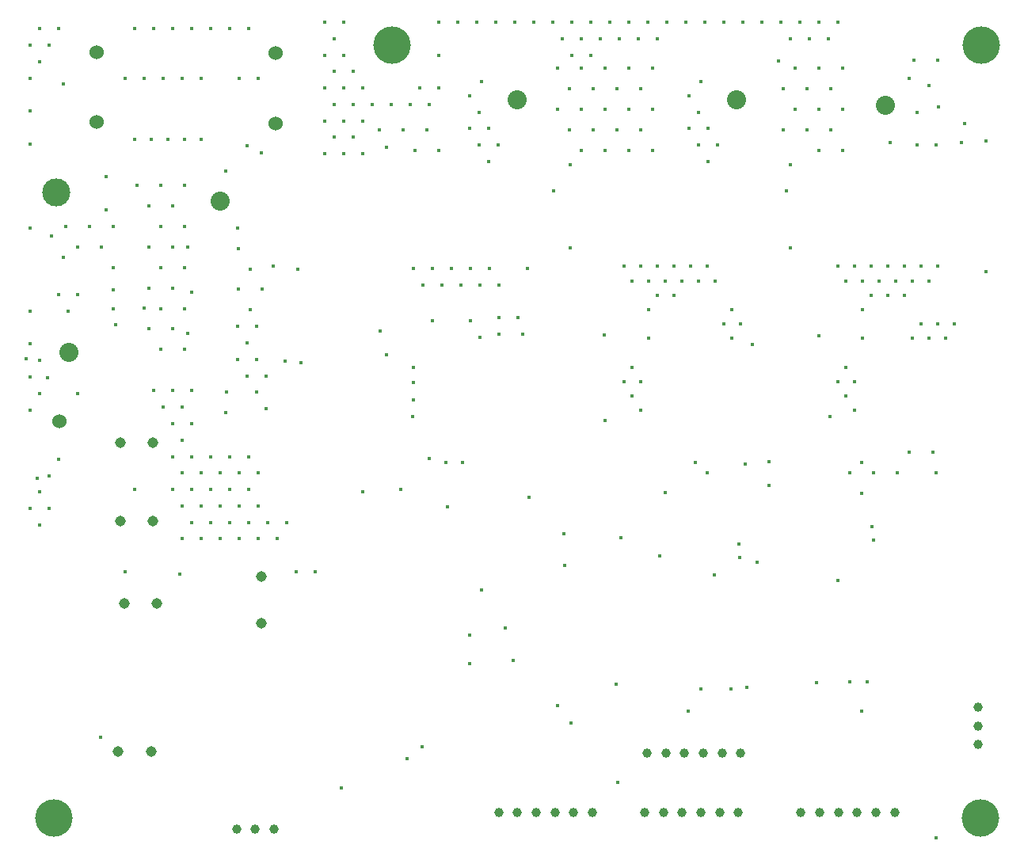
<source format=gbr>
G04 PROTEUS GERBER X2 FILE*
%TF.GenerationSoftware,Labcenter,Proteus,8.7-SP3-Build25561*%
%TF.CreationDate,2021-07-11T19:04:18+00:00*%
%TF.FileFunction,Plated,1,2,PTH*%
%TF.FilePolarity,Positive*%
%TF.Part,Single*%
%TF.SameCoordinates,{258fd287-c93d-46cd-987c-e4f85f9f1f24}*%
%FSLAX45Y45*%
%MOMM*%
G01*
%TA.AperFunction,MechanicalDrill*%
%ADD156C,0.381000*%
%TA.AperFunction,ViaDrill*%
%ADD157C,0.381000*%
%TA.AperFunction,ComponentDrill*%
%ADD158C,2.032000*%
%ADD159C,3.000000*%
%ADD160C,1.524000*%
%TA.AperFunction,ComponentDrill*%
%ADD161C,1.000000*%
%TA.AperFunction,OtherDrill,Unknown*%
%ADD162C,4.000000*%
%TA.AperFunction,ComponentDrill*%
%ADD163C,1.143000*%
%TD.AperFunction*%
D156*
X+3225800Y+1174750D03*
X+3479800Y+1174750D03*
X+5257800Y+1174750D03*
X+5511800Y+1174750D03*
X+5765800Y+1174750D03*
X+7543800Y+1174750D03*
X+7797800Y+1174750D03*
X+3098800Y+1394720D03*
X+3352800Y+1394720D03*
X+4876800Y+1394720D03*
X+5130800Y+1394720D03*
X+5384800Y+1394720D03*
X+5638800Y+1394720D03*
X+7162800Y+1394720D03*
X+7416800Y+1394720D03*
X+7670800Y+1394720D03*
X+4749800Y+1614690D03*
X+5003800Y+1614690D03*
X+5257800Y+1614690D03*
X+5511800Y+1614690D03*
X+5765800Y+1614690D03*
X+7289800Y+1614690D03*
X+7543800Y+1614690D03*
X+7797800Y+1614690D03*
X+4876800Y+1834660D03*
X+5130800Y+1834660D03*
X+5384800Y+1834660D03*
X+5638800Y+1834660D03*
X+7162800Y+1834660D03*
X+7416800Y+1834660D03*
X+7670800Y+1834660D03*
X+4749800Y+2054630D03*
X+5003800Y+2054630D03*
X+5257800Y+2054630D03*
X+5511800Y+2054630D03*
X+5765800Y+2054630D03*
X+7289800Y+2054630D03*
X+7543800Y+2054630D03*
X+7797800Y+2054630D03*
D157*
X+3213100Y-1497654D03*
X+3213100Y-1308100D03*
X+3213100Y-1145702D03*
X+4127500Y-617774D03*
X+4330700Y-617774D03*
X+3314700Y-265822D03*
X+3517900Y-265822D03*
X+3721100Y-265822D03*
X+3924300Y-265822D03*
X+4127500Y-265822D03*
X+3213100Y-89846D03*
X+3416300Y-89846D03*
X+3619500Y-89846D03*
X+3822700Y-89846D03*
X+4025900Y-89846D03*
X+4432300Y-89846D03*
X+4013200Y+1052310D03*
X+3911600Y+1228286D03*
X+4114800Y+1228286D03*
X+3810000Y+1404262D03*
X+4013200Y+1404262D03*
X+3911600Y+1580238D03*
X+3810000Y+1756214D03*
X+3937000Y+1905000D03*
X+8597900Y+1228286D03*
X+8801100Y+1228286D03*
X+8597900Y+1580238D03*
X+8724900Y+1866900D03*
X+6363969Y+1052310D03*
X+6262369Y+1228286D03*
X+6465569Y+1228286D03*
X+6160769Y+1404262D03*
X+6363969Y+1404262D03*
X+6262369Y+1580238D03*
X+6160769Y+1756214D03*
X+6286500Y+1905000D03*
X+7747000Y-3429000D03*
X+6428649Y-3363510D03*
D156*
X+3200400Y-1676400D03*
X+4127500Y-793750D03*
X+4381500Y-793750D03*
X+5003800Y+1174750D03*
D157*
X-134100Y-5105400D03*
D156*
X+1472186Y-535190D03*
X+1345186Y-315220D03*
X+1599186Y-315220D03*
X+1472186Y-95250D03*
X+1345186Y+124720D03*
X+1714500Y-63500D03*
X+1206500Y+952500D03*
X+1587500Y+1143000D03*
X+2844800Y+1394720D03*
X+8305800Y+1257545D03*
X+9067800Y+1257545D03*
X+8509000Y+1943100D03*
X+8559800Y+2137425D03*
X+8813800Y+2137425D03*
D157*
X+2921000Y+1206500D03*
X+4191000Y-3937000D03*
X+7519052Y-4519896D03*
X+7874000Y-4508500D03*
X+3811743Y-4009908D03*
X+3810000Y-4318000D03*
D156*
X+4445000Y-2540000D03*
X+6756400Y-2184400D03*
X+508000Y-958605D03*
X+762000Y-958605D03*
X+381000Y-738635D03*
X+635000Y-738635D03*
X+0Y-518665D03*
X+508000Y-518665D03*
X+762000Y-518665D03*
X+381000Y-298695D03*
X+635000Y-298695D03*
X+0Y-78725D03*
X+508000Y-78725D03*
X+762000Y-78725D03*
X-381000Y+141245D03*
X-127000Y+141245D03*
X+381000Y+141245D03*
X+635000Y+141245D03*
X-508000Y+361215D03*
X-254000Y+361215D03*
X+0Y+361215D03*
X+508000Y+361215D03*
X+762000Y+361215D03*
X+381000Y+581185D03*
X+635000Y+581185D03*
X+254000Y+801155D03*
X+508000Y+801155D03*
X+762000Y+801155D03*
D157*
X+5384021Y-4535575D03*
X+4283159Y-4283011D03*
X+4826045Y-3267760D03*
X+2667000Y-2476500D03*
X+7543800Y-812800D03*
X+8127850Y-2993866D03*
X+8118219Y-2853714D03*
X+5249412Y-804176D03*
X+6696244Y-3035770D03*
X+5257800Y-1714500D03*
X+5905500Y-2489200D03*
X+6698805Y-3180794D03*
X+7664736Y-1676863D03*
D156*
X+8001000Y-2498395D03*
X+6350000Y-2278425D03*
X+7874000Y-2278425D03*
X+8128000Y-2278425D03*
X+8382000Y-2278425D03*
X+8509000Y-2058455D03*
X+8763000Y-2058455D03*
X+1218186Y-1415070D03*
X+1980186Y-95250D03*
X+3924300Y-823914D03*
X+3416300Y-647938D03*
X+3822700Y-647938D03*
D157*
X+7924800Y-1608885D03*
X+7835900Y-1454906D03*
X+7747000Y-1300927D03*
X+7924800Y-1300927D03*
X+7835900Y-1146948D03*
X+8013700Y-838990D03*
X+8547100Y-838990D03*
X+8724900Y-838990D03*
X+8902700Y-838990D03*
X+8636000Y-685011D03*
X+8813800Y-685011D03*
X+8991600Y-685011D03*
X+8013700Y-531032D03*
X+8102600Y-377053D03*
X+8280400Y-377053D03*
X+8458200Y-377053D03*
X+7835900Y-223074D03*
X+8013700Y-223074D03*
X+8191500Y-223074D03*
X+8369300Y-223074D03*
X+8547100Y-223074D03*
X+8724900Y-223074D03*
X+7747000Y-69095D03*
X+7924800Y-69095D03*
X+8102600Y-69095D03*
X+8280400Y-69095D03*
X+8458200Y-69095D03*
X+8636000Y-69095D03*
X+8813800Y-69095D03*
X+5638800Y-1608885D03*
X+5549900Y-1454906D03*
X+5461000Y-1300927D03*
X+5638800Y-1300927D03*
X+5549900Y-1146948D03*
X+5727700Y-838990D03*
X+6616700Y-838990D03*
X+6527800Y-685011D03*
X+6705600Y-685011D03*
X+5727700Y-531032D03*
X+6616700Y-531032D03*
X+5816600Y-377053D03*
X+5994400Y-377053D03*
X+5549900Y-223074D03*
X+5727700Y-223074D03*
X+5905500Y-223074D03*
X+6083300Y-223074D03*
X+6261100Y-223074D03*
X+6438900Y-223074D03*
X+5461000Y-69095D03*
X+5638800Y-69095D03*
X+5816600Y-69095D03*
X+5994400Y-69095D03*
X+6172200Y-69095D03*
X+6350000Y-69095D03*
X+7010400Y-2413000D03*
X+3556000Y-2168441D03*
X+3733800Y-2168441D03*
X+6223000Y-2168441D03*
X+8001000Y-2168441D03*
X+800100Y-782630D03*
X+0Y-320693D03*
X+800100Y+141244D03*
X+4711700Y+738213D03*
X+7200900Y+738213D03*
X+7112000Y+2124024D03*
X+8826500Y+1638300D03*
X+9105900Y+1460500D03*
X+2014205Y-1094840D03*
X+1841500Y-1079500D03*
X+8802625Y-6177544D03*
X+8064500Y-4508500D03*
X+8001000Y-4826000D03*
X+6286500Y-4584700D03*
X+6604000Y-4584700D03*
X+6153231Y-4826944D03*
X+6778656Y-4571579D03*
D156*
X+127000Y-3334134D03*
X+1955800Y-3334134D03*
X+2159000Y-3334134D03*
X+736600Y-2982182D03*
X+939800Y-2982182D03*
X+1143000Y-2982182D03*
X+1346200Y-2982182D03*
X+1549400Y-2982182D03*
X+1752600Y-2982182D03*
X+838200Y-2806206D03*
X+1041400Y-2806206D03*
X+1244600Y-2806206D03*
X+1447800Y-2806206D03*
X+1651000Y-2806206D03*
X+1854200Y-2806206D03*
X+736600Y-2630230D03*
X+939800Y-2630230D03*
X+1143000Y-2630230D03*
X+1346200Y-2630230D03*
X+1549400Y-2630230D03*
X+228600Y-2454254D03*
X+635000Y-2454254D03*
X+838200Y-2454254D03*
X+1041400Y-2454254D03*
X+1244600Y-2454254D03*
X+1447800Y-2454254D03*
X+3073400Y-2454254D03*
X+736600Y-2278278D03*
X+939800Y-2278278D03*
X+1143000Y-2278278D03*
X+1346200Y-2278278D03*
X+1549400Y-2278278D03*
X+635000Y-2102302D03*
X+838200Y-2102302D03*
X+1041400Y-2102302D03*
X+1244600Y-2102302D03*
X+1447800Y-2102302D03*
X+7010400Y-2159000D03*
X+736600Y-1926326D03*
X+635000Y-1750350D03*
X+838200Y-1750350D03*
X+533400Y-1574374D03*
X+736600Y-1574374D03*
X+431800Y-1398398D03*
X+635000Y-1398398D03*
X+838200Y-1398398D03*
X+25400Y-694494D03*
X+330200Y-518518D03*
X+838200Y-342542D03*
X-660400Y+254000D03*
X-76200Y+537338D03*
X-76200Y+889290D03*
X-889000Y+1241242D03*
X-889000Y+1593194D03*
X-889000Y+1945146D03*
X+127000Y+1945146D03*
X+330200Y+1945146D03*
X+533400Y+1945146D03*
X+736600Y+1945146D03*
X+939800Y+1945146D03*
X+1346200Y+1945146D03*
X+1549400Y+1945146D03*
X-787400Y+2121122D03*
X-889000Y+2297098D03*
X-685800Y+2297098D03*
X-787400Y+2473074D03*
X-584200Y+2473074D03*
X+228600Y+2473074D03*
X+431800Y+2473074D03*
X+635000Y+2473074D03*
X+838200Y+2473074D03*
X+1041400Y+2473074D03*
X+1244600Y+2473074D03*
X+1447800Y+2473074D03*
X+2260600Y+1134306D03*
X+2463800Y+1134306D03*
X+2667000Y+1134306D03*
X+2362200Y+1310282D03*
X+2565400Y+1310282D03*
X+2260600Y+1486258D03*
X+2463800Y+1486258D03*
X+2667000Y+1486258D03*
X+2362200Y+1662234D03*
X+2565400Y+1662234D03*
X+2768600Y+1662234D03*
X+2971800Y+1662234D03*
X+3175000Y+1662234D03*
X+3378200Y+1662234D03*
X+2260600Y+1838210D03*
X+2463800Y+1838210D03*
X+2667000Y+1838210D03*
X+3276600Y+1838210D03*
X+3479800Y+1838210D03*
X+2362200Y+2014186D03*
X+2565400Y+2014186D03*
X+2260600Y+2190162D03*
X+2463800Y+2190162D03*
X+3479800Y+2190162D03*
X+4902200Y+2190162D03*
X+5105400Y+2190162D03*
X+2362200Y+2366138D03*
X+4800600Y+2366138D03*
X+5003800Y+2366138D03*
X+5207000Y+2366138D03*
X+5410200Y+2366138D03*
X+5613400Y+2366138D03*
X+5816600Y+2366138D03*
X+7239000Y+2366138D03*
X+7442200Y+2366138D03*
X+7645400Y+2366138D03*
X+2260600Y+2542114D03*
X+2463800Y+2542114D03*
X+3479800Y+2542114D03*
X+3683000Y+2542114D03*
X+3886200Y+2542114D03*
X+4089400Y+2542114D03*
X+4292600Y+2542114D03*
X+4495800Y+2542114D03*
X+4699000Y+2542114D03*
X+4902200Y+2542114D03*
X+5105400Y+2542114D03*
X+5308600Y+2542114D03*
X+5511800Y+2542114D03*
X+5715000Y+2542114D03*
X+5918200Y+2542114D03*
X+6121400Y+2542114D03*
X+6324600Y+2542114D03*
X+6527800Y+2542114D03*
X+6731000Y+2542114D03*
X+6934200Y+2542114D03*
X+7137400Y+2542114D03*
X+7340600Y+2542114D03*
X+7543800Y+2542114D03*
X+7747000Y+2542114D03*
X-787400Y-2834768D03*
X-889000Y-2658792D03*
X-685800Y-2658792D03*
X-787400Y-2482816D03*
X-698500Y-1257300D03*
X-685800Y-2306840D03*
X-812800Y-2336800D03*
X-584200Y-2130864D03*
X-927100Y-1054100D03*
X-889000Y-1602936D03*
X-787400Y-1426960D03*
X-381000Y-1426960D03*
X-889000Y-1250984D03*
X-787400Y-1075008D03*
X-889000Y-899032D03*
X-889000Y-547080D03*
X-482600Y-547080D03*
X-584200Y-371104D03*
X-381000Y-371104D03*
X+1638300Y-1591046D03*
X+1536700Y-1415070D03*
X+1435100Y-1239094D03*
X+1638300Y-1239094D03*
X+1333500Y-1063118D03*
X+1536700Y-1063118D03*
X+1435100Y-887142D03*
X+1333500Y-711166D03*
X+1536700Y-711166D03*
X+1333500Y+344690D03*
X+1435100Y+1224570D03*
D157*
X+3145817Y-5333103D03*
X+4895850Y-4946650D03*
X+3944752Y-3532550D03*
X+5431385Y-2971800D03*
X+2857500Y-762000D03*
X+2921000Y-1016000D03*
X+3576345Y-2643122D03*
X+4818888Y-2925288D03*
X+5842000Y-3162300D03*
X+3302000Y-5207000D03*
X+4752309Y-4765009D03*
X+4889500Y+1016000D03*
X+4889500Y+127000D03*
X+9334500Y+1270000D03*
X+9334500Y-127000D03*
X+7239000Y+127000D03*
X+7239000Y+1016000D03*
D156*
X+1206500Y-1635040D03*
X+228600Y+1290561D03*
X+406400Y+1290561D03*
X+584200Y+1290561D03*
X+762000Y+1290561D03*
X+939800Y+1290561D03*
X+711200Y-3356131D03*
X+8801100Y-2278278D03*
X+3378200Y-2124299D03*
X-533400Y+31407D03*
X-889000Y+339365D03*
X-533400Y+1879155D03*
D157*
X+5397500Y-5588000D03*
X+6883138Y-3230089D03*
X+6832600Y-901700D03*
X+2444906Y-5646325D03*
D158*
X+4318000Y+1714500D03*
X+6667500Y+1714500D03*
X+8255000Y+1651000D03*
D159*
X-602309Y+718491D03*
D160*
X-571500Y-1727200D03*
D161*
X+9245600Y-5181500D03*
X+9245600Y-4981500D03*
X+9245600Y-4781500D03*
X+8356500Y-5905500D03*
X+8156500Y-5905500D03*
X+7956500Y-5905500D03*
X+7756500Y-5905500D03*
X+7556500Y-5905500D03*
X+7356500Y-5905500D03*
D158*
X-469900Y-990600D03*
X+1146547Y+625845D03*
D160*
X-177800Y+1473200D03*
X-177800Y+2223200D03*
X+1739900Y+1460500D03*
X+1739900Y+2210500D03*
D162*
X+9283700Y+2298700D03*
X+2984500Y+2298700D03*
X+9271000Y-5969000D03*
X-635000Y-5969000D03*
D161*
X+4124500Y-5905500D03*
X+4324500Y-5905500D03*
X+4524500Y-5905500D03*
X+4724500Y-5905500D03*
X+4924500Y-5905500D03*
X+5124500Y-5905500D03*
X+5686500Y-5905500D03*
X+5886500Y-5905500D03*
X+6086500Y-5905500D03*
X+6286500Y-5905500D03*
X+6486500Y-5905500D03*
X+6686500Y-5905500D03*
X+5712000Y-5270500D03*
X+5912000Y-5270500D03*
X+6112000Y-5270500D03*
X+6312000Y-5270500D03*
X+6512000Y-5270500D03*
X+6712000Y-5270500D03*
X+1722985Y-6086392D03*
X+1522985Y-6086392D03*
X+1322985Y-6086392D03*
D163*
X+1587500Y-3886200D03*
X+1587500Y-3386200D03*
X+76200Y-1955800D03*
X+426200Y-1955800D03*
X+76200Y-2794000D03*
X+426200Y-2794000D03*
X+56400Y-5257800D03*
X+406400Y-5257800D03*
X+119900Y-3670300D03*
X+469900Y-3670300D03*
M02*

</source>
